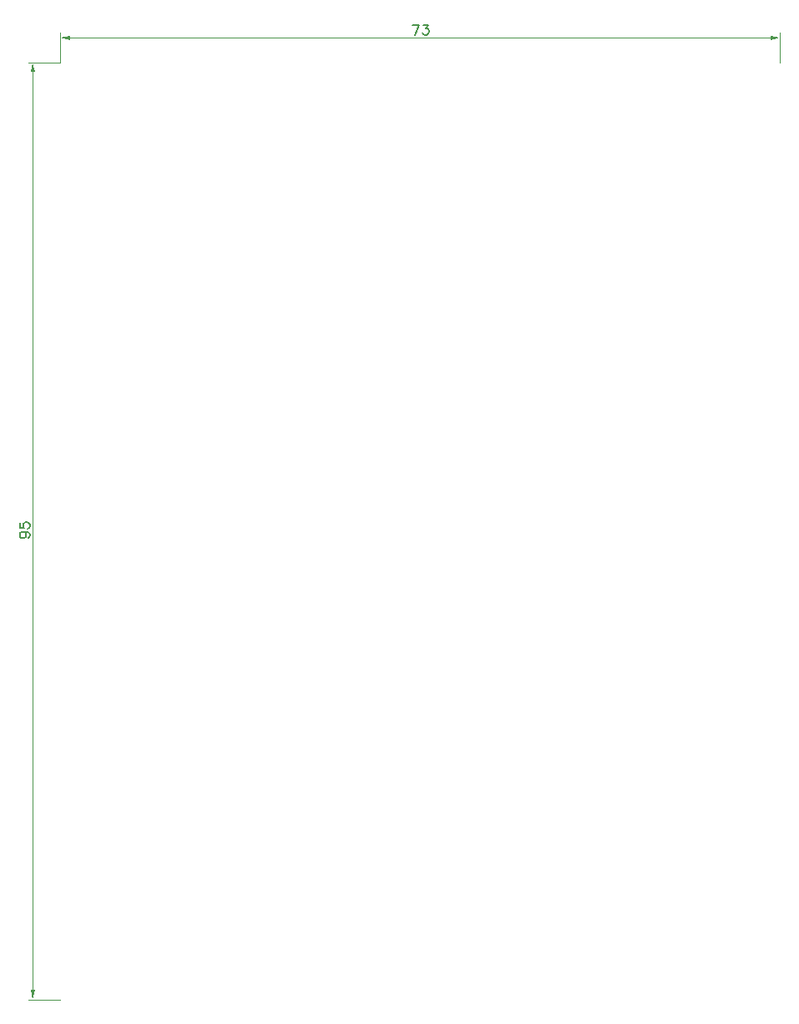
<source format=gbr>
G04 DipTrace 3.3.1.3*
G04 TopDimension.gbr*
%MOMM*%
G04 #@! TF.FileFunction,Drawing,Top*
G04 #@! TF.Part,Single*
%ADD13C,0.035*%
%ADD155C,0.15686*%
%FSLAX35Y35*%
G04*
G71*
G90*
G75*
G01*
G04 TopDimension*
%LPD*%
X1000000Y10500000D2*
D13*
Y10797000D1*
X8300000Y10500000D2*
Y10797000D1*
X4650000Y10747000D2*
X1100000D1*
G36*
X1000000D2*
X1100000Y10767000D1*
Y10727000D1*
X1000000Y10747000D1*
G37*
X4650000D2*
D13*
X8200000D1*
G36*
X8300000D2*
X8200000Y10727000D1*
Y10767000D1*
X8300000Y10747000D1*
G37*
X1000000Y10500000D2*
D13*
X673000D1*
X1000000Y1000000D2*
X673000D1*
X723000Y5750000D2*
Y10400000D1*
G36*
Y10500000D2*
X743000Y10400000D1*
X703000D1*
X723000Y10500000D1*
G37*
Y5750000D2*
D13*
Y1100000D1*
G36*
Y1000000D2*
X703000Y1100000D1*
X743000D1*
X723000Y1000000D1*
G37*
X4593528Y10778015D2*
D155*
X4642157Y10879991D1*
X4574098D1*
X4683300D2*
X4736646D1*
X4707559Y10841132D1*
X4722159D1*
X4731817Y10836303D1*
X4736646Y10831474D1*
X4741588Y10816874D1*
Y10807215D1*
X4736646Y10792615D1*
X4726988Y10782845D1*
X4712388Y10778015D1*
X4697788D1*
X4683300Y10782845D1*
X4678471Y10787786D1*
X4673529Y10797445D1*
X623926Y5739742D2*
X638526Y5734801D1*
X648297Y5725142D1*
X653126Y5710542D1*
Y5705713D1*
X648297Y5691113D1*
X638526Y5681455D1*
X623926Y5676513D1*
X619097D1*
X604497Y5681455D1*
X594839Y5691113D1*
X590009Y5705713D1*
Y5710542D1*
X594839Y5725142D1*
X604497Y5734801D1*
X623926Y5739742D1*
X648297D1*
X672555Y5734801D1*
X687155Y5725142D1*
X691985Y5710542D1*
Y5700884D1*
X687155Y5686284D1*
X677385Y5681455D1*
X590009Y5829402D2*
Y5780886D1*
X633697Y5776056D1*
X628868Y5780886D1*
X623926Y5795486D1*
Y5809973D1*
X628868Y5824573D1*
X638526Y5834344D1*
X653126Y5839173D1*
X662785D1*
X677385Y5834344D1*
X687155Y5824573D1*
X691985Y5809973D1*
Y5795486D1*
X687155Y5780886D1*
X682214Y5776056D1*
X672555Y5771115D1*
M02*

</source>
